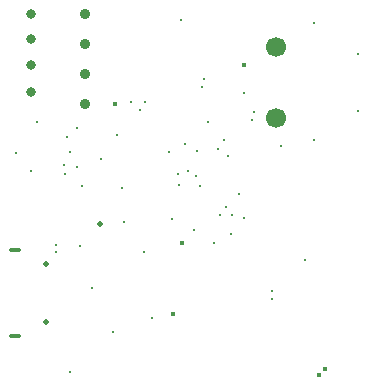
<source format=gbr>
%TF.GenerationSoftware,Altium Limited,Altium Designer,20.0.13 (296)*%
G04 Layer_Color=0*
%FSLAX25Y25*%
%MOIN*%
%TF.FileFunction,Plated,1,2,PTH,Drill*%
%TF.Part,Single*%
G01*
G75*
%TA.AperFunction,OtherDrill,Pad Free-2 (385mil,1010mil)*%
%ADD138C,0.01575*%
%TA.AperFunction,OtherDrill,Pad Free-5 (580mil,310mil)*%
%ADD139C,0.01575*%
%TA.AperFunction,OtherDrill,Pad Free-4 (1085mil,125mil)*%
%ADD140C,0.01575*%
%TA.AperFunction,OtherDrill,Pad Free-3 (1064.528mil,105mil)*%
%ADD141C,0.01575*%
%TA.AperFunction,ComponentDrill*%
%ADD142C,0.03543*%
%ADD143C,0.01968*%
%ADD144O,0.03937X0.01575*%
%TA.AperFunction,ViaDrill,NotFilled*%
%ADD145C,0.01575*%
%ADD146C,0.01181*%
%ADD147C,0.01200*%
%ADD148C,0.01968*%
%ADD149C,0.03150*%
%ADD150C,0.06693*%
D138*
X38500Y101000D02*
D03*
D139*
X58000Y31000D02*
D03*
D140*
X108500Y12500D02*
D03*
D141*
X106453Y10500D02*
D03*
D142*
X28500Y101000D02*
D03*
Y111000D02*
D03*
Y121000D02*
D03*
Y131000D02*
D03*
D143*
X15606Y28453D02*
D03*
Y47547D02*
D03*
D144*
X5173Y23728D02*
D03*
Y52272D02*
D03*
D145*
X81500Y114000D02*
D03*
X61000Y54500D02*
D03*
D146*
X81500Y104500D02*
D03*
X105000Y89000D02*
D03*
X119500Y98500D02*
D03*
Y117500D02*
D03*
X105000Y128000D02*
D03*
X48500Y101500D02*
D03*
X71500Y54500D02*
D03*
X77500Y64000D02*
D03*
X68187Y109273D02*
D03*
X67500Y106500D02*
D03*
X69500Y95000D02*
D03*
X47000Y99000D02*
D03*
X67000Y73500D02*
D03*
X94000Y87000D02*
D03*
X84372Y95500D02*
D03*
X84824Y98176D02*
D03*
X56500Y85000D02*
D03*
X65807Y85307D02*
D03*
X62000Y87500D02*
D03*
X73000Y86000D02*
D03*
X44000Y101500D02*
D03*
X76122Y83500D02*
D03*
X63000Y78500D02*
D03*
X59500Y77500D02*
D03*
X59901Y73901D02*
D03*
X41500Y61500D02*
D03*
X65500Y77000D02*
D03*
X41000Y73000D02*
D03*
X75000Y89000D02*
D03*
X60500Y129000D02*
D03*
X39144Y90644D02*
D03*
X48421Y51521D02*
D03*
X57500Y62500D02*
D03*
X81500Y63000D02*
D03*
X80000Y71000D02*
D03*
X73500Y63973D02*
D03*
X65000Y59000D02*
D03*
X75500Y66500D02*
D03*
X77344Y57500D02*
D03*
X27500Y73500D02*
D03*
X22500Y90000D02*
D03*
X12500Y95000D02*
D03*
X23500Y85000D02*
D03*
D147*
X102000Y49000D02*
D03*
X91000Y36000D02*
D03*
Y38500D02*
D03*
X10500Y78500D02*
D03*
X5500Y84500D02*
D03*
X31000Y39500D02*
D03*
X26000Y93000D02*
D03*
X21500Y80500D02*
D03*
X22000Y77500D02*
D03*
X26000Y80000D02*
D03*
X23500Y11500D02*
D03*
X34000Y82500D02*
D03*
X51000Y29500D02*
D03*
X19000Y54000D02*
D03*
Y51500D02*
D03*
X27000Y53500D02*
D03*
X38000Y25000D02*
D03*
D148*
X33500Y61000D02*
D03*
D149*
X10500Y105000D02*
D03*
Y114000D02*
D03*
Y122500D02*
D03*
Y131000D02*
D03*
D150*
X92283Y96189D02*
D03*
Y119811D02*
D03*
%TF.MD5,8c01624a6ca5851dd32fd36a2bde677b*%
M02*

</source>
